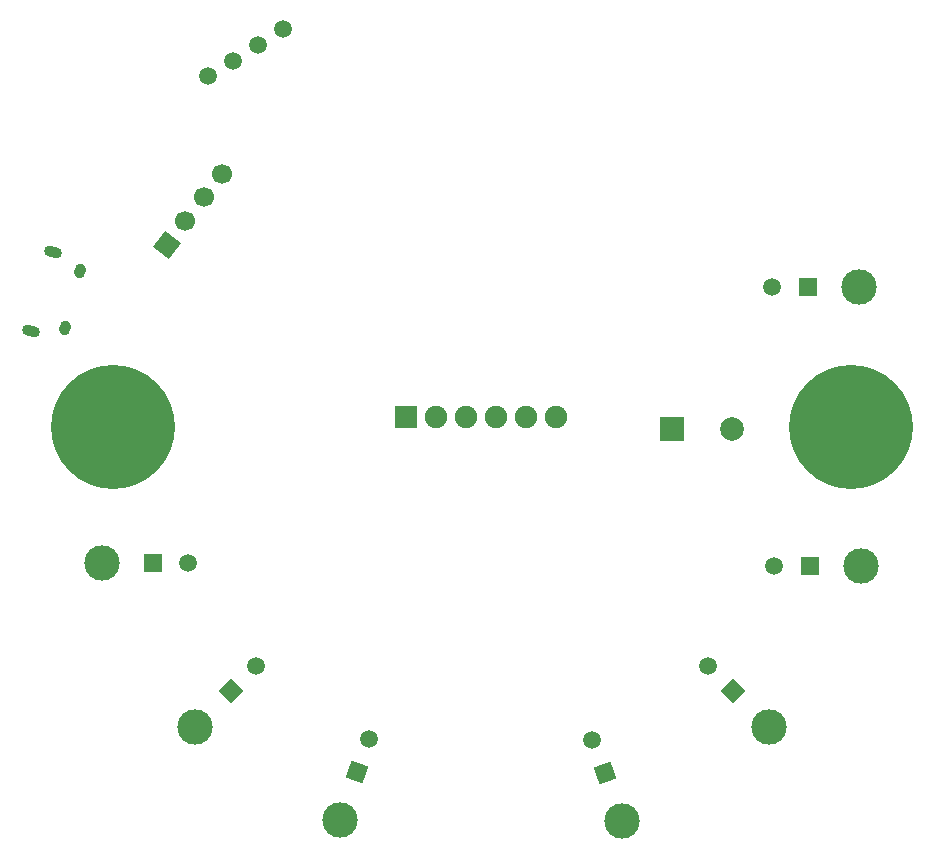
<source format=gbs>
G04 #@! TF.GenerationSoftware,KiCad,Pcbnew,7.0.11*
G04 #@! TF.CreationDate,2024-03-27T12:07:48-04:00*
G04 #@! TF.ProjectId,Motherboard,4d6f7468-6572-4626-9f61-72642e6b6963,rev?*
G04 #@! TF.SameCoordinates,Original*
G04 #@! TF.FileFunction,Soldermask,Bot*
G04 #@! TF.FilePolarity,Negative*
%FSLAX46Y46*%
G04 Gerber Fmt 4.6, Leading zero omitted, Abs format (unit mm)*
G04 Created by KiCad (PCBNEW 7.0.11) date 2024-03-27 12:07:48*
%MOMM*%
%LPD*%
G01*
G04 APERTURE LIST*
G04 Aperture macros list*
%AMHorizOval*
0 Thick line with rounded ends*
0 $1 width*
0 $2 $3 position (X,Y) of the first rounded end (center of the circle)*
0 $4 $5 position (X,Y) of the second rounded end (center of the circle)*
0 Add line between two ends*
20,1,$1,$2,$3,$4,$5,0*
0 Add two circle primitives to create the rounded ends*
1,1,$1,$2,$3*
1,1,$1,$4,$5*%
%AMRotRect*
0 Rectangle, with rotation*
0 The origin of the aperture is its center*
0 $1 length*
0 $2 width*
0 $3 Rotation angle, in degrees counterclockwise*
0 Add horizontal line*
21,1,$1,$2,0,0,$3*%
G04 Aperture macros list end*
%ADD10HorizOval,0.890000X-0.318756X0.085410X0.318756X-0.085410X0*%
%ADD11HorizOval,0.950000X-0.038823X-0.144889X0.038823X0.144889X0*%
%ADD12RotRect,1.700000X1.700000X142.000000*%
%ADD13HorizOval,1.700000X0.000000X0.000000X0.000000X0.000000X0*%
%ADD14C,1.498600*%
%ADD15C,2.999999*%
%ADD16RotRect,1.520000X1.520000X340.000000*%
%ADD17C,1.520000*%
%ADD18R,1.520000X1.520000*%
%ADD19RotRect,1.520000X1.520000X315.000000*%
%ADD20R,1.900000X1.900000*%
%ADD21C,1.900000*%
%ADD22R,2.000000X2.000000*%
%ADD23C,2.000000*%
%ADD24RotRect,1.520000X1.520000X45.000000*%
%ADD25C,10.500000*%
%ADD26RotRect,1.520000X1.520000X20.000000*%
G04 APERTURE END LIST*
D10*
X155719914Y-108030634D03*
D11*
X158069095Y-109695371D03*
X156775000Y-114525000D03*
D10*
X153908181Y-114792115D03*
D12*
X165397440Y-107453095D03*
D13*
X166961220Y-105451548D03*
X168525000Y-103450000D03*
X170088780Y-101448453D03*
D14*
X175235361Y-89225606D03*
X173115241Y-90550404D03*
X170995121Y-91875202D03*
X168875000Y-93200000D03*
D15*
X180030128Y-156153332D03*
D16*
X181507655Y-152093861D03*
D17*
X182533715Y-149274784D03*
D15*
X224150000Y-134625000D03*
D18*
X219830001Y-134625000D03*
D17*
X216830002Y-134625000D03*
D15*
X167750197Y-148274802D03*
D19*
X170804898Y-145220101D03*
D17*
X172926218Y-143098781D03*
D20*
X185600000Y-122059000D03*
D21*
X188140000Y-122059000D03*
X190680000Y-122059000D03*
X193220000Y-122059000D03*
X195760000Y-122059000D03*
X198300000Y-122059000D03*
D15*
X223950000Y-111025000D03*
D18*
X219630001Y-111025000D03*
D17*
X216630002Y-111025000D03*
D22*
X208170000Y-123025000D03*
D23*
X213250000Y-123025000D03*
D15*
X159880002Y-134425000D03*
D18*
X164200001Y-134425000D03*
D17*
X167200000Y-134425000D03*
D15*
X216349802Y-148274804D03*
D24*
X213295101Y-145220103D03*
D17*
X211173781Y-143098783D03*
D25*
X223292000Y-122905000D03*
D15*
X203919870Y-156228333D03*
D26*
X202442343Y-152168862D03*
D17*
X201416283Y-149349785D03*
D25*
X160808000Y-122905000D03*
M02*

</source>
